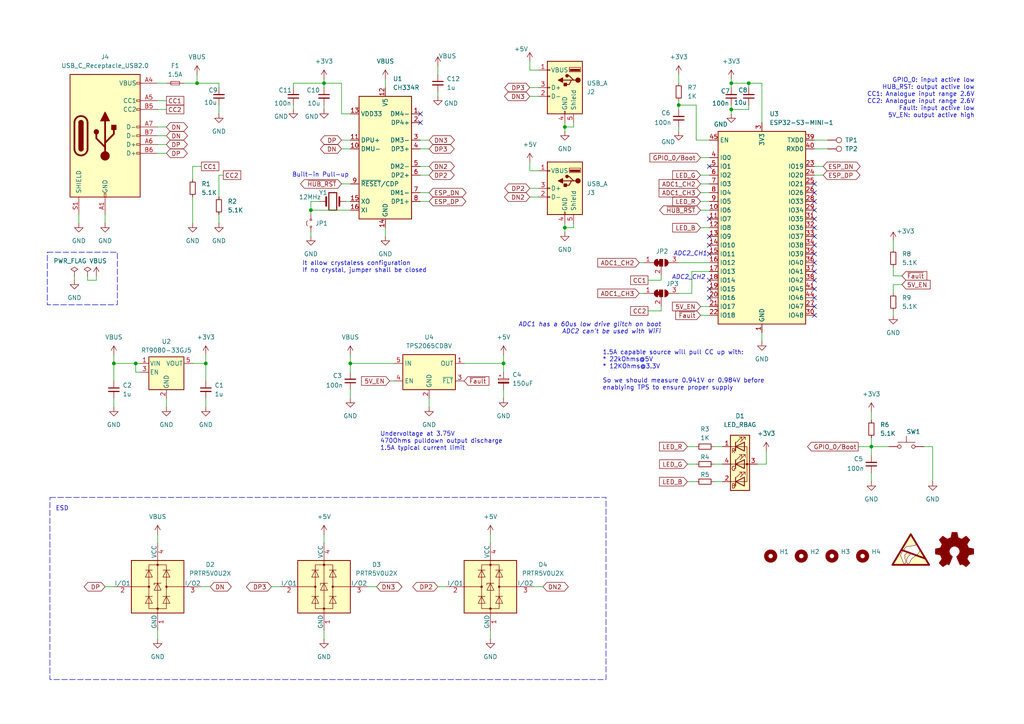
<source format=kicad_sch>
(kicad_sch (version 20231120) (generator "eeschema") (generator_version "8.0")
  (paper "A4")
  (title_block (title "Dirty USB Disconnect") (date "2024-05-23") (rev "0") (company "github.com/LDAB"))
  (junction (at 163.83 66.04))
  (junction (at 163.83 36.83))
  (junction (at 101.6 105.41))
  (junction (at 212.09 24.13))
  (junction (at 39.37 105.41))
  (junction (at 33.02 105.41))
  (junction (at 90.17 60.96))
  (junction (at 93.98 24.13))
  (junction (at 57.15 24.13))
  (junction (at 196.85 30.48))
  (junction (at 252.73 129.54))
  (junction (at 59.69 105.41))
  (junction (at 146.05 105.41))
  (junction (at 217.17 24.13))
  (junction (at 212.09 31.75))
  (no_connect (at 236.22 81.28))
  (no_connect (at 236.22 60.96))
  (no_connect (at 236.22 73.66))
  (no_connect (at 205.74 63.5))
  (no_connect (at 205.74 48.26))
  (no_connect (at 236.22 53.34))
  (no_connect (at 236.22 78.74))
  (no_connect (at 236.22 58.42))
  (no_connect (at 121.92 35.56))
  (no_connect (at 205.74 83.82))
  (no_connect (at 205.74 68.58))
  (no_connect (at 121.92 33.02))
  (no_connect (at 205.74 73.66))
  (no_connect (at 236.22 55.88))
  (no_connect (at 236.22 71.12))
  (no_connect (at 236.22 86.36))
  (no_connect (at 236.22 68.58))
  (no_connect (at 236.22 88.9))
  (no_connect (at 236.22 83.82))
  (no_connect (at 205.74 71.12))
  (no_connect (at 236.22 76.2))
  (no_connect (at 205.74 81.28))
  (no_connect (at 236.22 66.04))
  (no_connect (at 236.22 91.44))
  (no_connect (at 205.74 86.36))
  (no_connect (at 236.22 63.5))
  (wire (pts (xy 22.86 62.23) (xy 22.86 64.77)))
  (wire (pts (xy 236.22 43.18) (xy 240.03 43.18)))
  (wire (pts (xy 142.24 182.88) (xy 142.24 185.42)))
  (wire (pts (xy 205.74 40.64) (xy 201.93 40.64)))
  (wire (pts (xy 99.06 40.64) (xy 101.6 40.64)))
  (wire (pts (xy 30.48 62.23) (xy 30.48 64.77)))
  (wire (pts (xy 99.06 43.18) (xy 101.6 43.18)))
  (wire (pts (xy 101.6 102.87) (xy 101.6 105.41)))
  (wire (pts (xy 259.08 69.85) (xy 259.08 72.39)))
  (wire (pts (xy 127 170.18) (xy 129.54 170.18)))
  (wire (pts (xy 45.72 44.45) (xy 48.26 44.45)))
  (wire (pts (xy 45.72 182.88) (xy 45.72 185.42)))
  (wire (pts (xy 93.98 30.48) (xy 93.98 31.75)))
  (wire (pts (xy 153.67 54.61) (xy 156.21 54.61)))
  (wire (pts (xy 207.01 129.54) (xy 209.55 129.54)))
  (wire (pts (xy 203.2 45.72) (xy 205.74 45.72)))
  (wire (pts (xy 252.73 129.54) (xy 252.73 132.08)))
  (wire (pts (xy 153.67 25.4) (xy 156.21 25.4)))
  (wire (pts (xy 111.76 22.86) (xy 111.76 25.4)))
  (wire (pts (xy 212.09 24.13) (xy 212.09 22.86)))
  (wire (pts (xy 63.5 30.48) (xy 63.5 33.02)))
  (wire (pts (xy 21.59 80.01) (xy 21.59 81.28)))
  (wire (pts (xy 90.17 58.42) (xy 90.17 60.96)))
  (wire (pts (xy 63.5 50.8) (xy 64.77 50.8)))
  (wire (pts (xy 59.69 110.49) (xy 59.69 105.41)))
  (wire (pts (xy 252.73 137.16) (xy 252.73 139.7)))
  (wire (pts (xy 90.17 60.96) (xy 90.17 62.23)))
  (wire (pts (xy 45.72 39.37) (xy 48.26 39.37)))
  (wire (pts (xy 153.67 17.78) (xy 153.67 20.32)))
  (wire (pts (xy 93.98 22.86) (xy 93.98 24.13)))
  (wire (pts (xy 40.64 107.95) (xy 39.37 107.95)))
  (wire (pts (xy 236.22 48.26) (xy 238.76 48.26)))
  (wire (pts (xy 114.3 110.49) (xy 113.03 110.49)))
  (wire (pts (xy 201.93 40.64) (xy 201.93 30.48)))
  (wire (pts (xy 39.37 105.41) (xy 40.64 105.41)))
  (wire (pts (xy 203.2 58.42) (xy 205.74 58.42)))
  (wire (pts (xy 217.17 24.13) (xy 217.17 25.4)))
  (wire (pts (xy 93.98 182.88) (xy 93.98 185.42)))
  (wire (pts (xy 219.71 134.62) (xy 222.25 134.62)))
  (wire (pts (xy 267.97 129.54) (xy 270.51 129.54)))
  (wire (pts (xy 163.83 64.77) (xy 163.83 66.04)))
  (wire (pts (xy 55.88 52.07) (xy 55.88 48.26)))
  (wire (pts (xy 99.06 24.13) (xy 93.98 24.13)))
  (wire (pts (xy 153.67 27.94) (xy 156.21 27.94)))
  (wire (pts (xy 236.22 40.64) (xy 240.03 40.64)))
  (wire (pts (xy 203.2 55.88) (xy 205.74 55.88)))
  (wire (pts (xy 212.09 24.13) (xy 212.09 25.4)))
  (wire (pts (xy 59.69 115.57) (xy 59.69 118.11)))
  (wire (pts (xy 33.02 110.49) (xy 33.02 105.41)))
  (wire (pts (xy 166.37 35.56) (xy 166.37 36.83)))
  (wire (pts (xy 196.85 30.48) (xy 196.85 31.75)))
  (wire (pts (xy 212.09 30.48) (xy 212.09 31.75)))
  (wire (pts (xy 59.69 105.41) (xy 55.88 105.41)))
  (wire (pts (xy 163.83 66.04) (xy 163.83 67.31)))
  (wire (pts (xy 39.37 107.95) (xy 39.37 105.41)))
  (wire (pts (xy 217.17 31.75) (xy 212.09 31.75)))
  (wire (pts (xy 85.09 30.48) (xy 85.09 31.75)))
  (wire (pts (xy 63.5 57.15) (xy 63.5 50.8)))
  (wire (pts (xy 55.88 57.15) (xy 55.88 64.77)))
  (wire (pts (xy 187.96 90.17) (xy 191.77 90.17)))
  (wire (pts (xy 33.02 115.57) (xy 33.02 118.11)))
  (wire (pts (xy 200.66 78.74) (xy 200.66 85.09)))
  (wire (pts (xy 63.5 25.4) (xy 63.5 24.13)))
  (wire (pts (xy 92.71 58.42) (xy 90.17 58.42)))
  (wire (pts (xy 248.92 129.54) (xy 252.73 129.54)))
  (wire (pts (xy 205.74 78.74) (xy 200.66 78.74)))
  (wire (pts (xy 222.25 130.81) (xy 222.25 134.62)))
  (wire (pts (xy 93.98 154.94) (xy 93.98 157.48)))
  (wire (pts (xy 55.88 48.26) (xy 58.42 48.26)))
  (wire (pts (xy 111.76 66.04) (xy 111.76 68.58)))
  (wire (pts (xy 163.83 36.83) (xy 166.37 36.83)))
  (wire (pts (xy 203.2 91.44) (xy 205.74 91.44)))
  (wire (pts (xy 45.72 29.21) (xy 48.26 29.21)))
  (wire (pts (xy 78.74 170.18) (xy 81.28 170.18)))
  (wire (pts (xy 153.67 46.99) (xy 153.67 49.53)))
  (wire (pts (xy 259.08 82.55) (xy 259.08 85.09)))
  (wire (pts (xy 166.37 64.77) (xy 166.37 66.04)))
  (wire (pts (xy 127 26.67) (xy 127 27.94)))
  (wire (pts (xy 196.85 21.59) (xy 196.85 24.13)))
  (wire (pts (xy 196.85 76.2) (xy 205.74 76.2)))
  (wire (pts (xy 259.08 90.17) (xy 259.08 91.44)))
  (wire (pts (xy 100.33 58.42) (xy 101.6 58.42)))
  (wire (pts (xy 187.96 81.28) (xy 191.77 81.28)))
  (wire (pts (xy 45.72 36.83) (xy 48.26 36.83)))
  (wire (pts (xy 33.02 102.87) (xy 33.02 105.41)))
  (wire (pts (xy 252.73 129.54) (xy 252.73 127)))
  (wire (pts (xy 146.05 113.03) (xy 146.05 115.57)))
  (wire (pts (xy 199.39 129.54) (xy 201.93 129.54)))
  (wire (pts (xy 101.6 105.41) (xy 101.6 107.95)))
  (wire (pts (xy 212.09 31.75) (xy 212.09 33.02)))
  (wire (pts (xy 203.2 50.8) (xy 205.74 50.8)))
  (wire (pts (xy 199.39 134.62) (xy 201.93 134.62)))
  (wire (pts (xy 200.66 85.09) (xy 196.85 85.09)))
  (wire (pts (xy 101.6 113.03) (xy 101.6 115.57)))
  (wire (pts (xy 57.15 24.13) (xy 57.15 21.59)))
  (wire (pts (xy 252.73 119.38) (xy 252.73 121.92)))
  (wire (pts (xy 270.51 129.54) (xy 270.51 139.7)))
  (wire (pts (xy 27.94 81.28) (xy 27.94 80.01)))
  (wire (pts (xy 134.62 105.41) (xy 146.05 105.41)))
  (wire (pts (xy 101.6 33.02) (xy 99.06 33.02)))
  (wire (pts (xy 201.93 30.48) (xy 196.85 30.48)))
  (wire (pts (xy 259.08 80.01) (xy 261.62 80.01)))
  (wire (pts (xy 203.2 53.34) (xy 205.74 53.34)))
  (wire (pts (xy 203.2 66.04) (xy 205.74 66.04)))
  (wire (pts (xy 45.72 31.75) (xy 48.26 31.75)))
  (wire (pts (xy 124.46 115.57) (xy 124.46 118.11)))
  (wire (pts (xy 185.42 85.09) (xy 186.69 85.09)))
  (wire (pts (xy 259.08 82.55) (xy 261.62 82.55)))
  (wire (pts (xy 196.85 29.21) (xy 196.85 30.48)))
  (wire (pts (xy 199.39 139.7) (xy 201.93 139.7)))
  (wire (pts (xy 53.34 24.13) (xy 57.15 24.13)))
  (wire (pts (xy 163.83 35.56) (xy 163.83 36.83)))
  (wire (pts (xy 220.98 24.13) (xy 217.17 24.13)))
  (wire (pts (xy 93.98 24.13) (xy 93.98 25.4)))
  (wire (pts (xy 121.92 48.26) (xy 124.46 48.26)))
  (wire (pts (xy 45.72 24.13) (xy 48.26 24.13)))
  (wire (pts (xy 30.48 170.18) (xy 33.02 170.18)))
  (wire (pts (xy 101.6 60.96) (xy 90.17 60.96)))
  (wire (pts (xy 33.02 105.41) (xy 39.37 105.41)))
  (wire (pts (xy 127 19.05) (xy 127 21.59)))
  (wire (pts (xy 153.67 57.15) (xy 156.21 57.15)))
  (wire (pts (xy 146.05 102.87) (xy 146.05 105.41)))
  (wire (pts (xy 90.17 67.31) (xy 90.17 68.58)))
  (wire (pts (xy 203.2 88.9) (xy 205.74 88.9)))
  (wire (pts (xy 191.77 81.28) (xy 191.77 80.01)))
  (wire (pts (xy 217.17 24.13) (xy 212.09 24.13)))
  (wire (pts (xy 101.6 105.41) (xy 114.3 105.41)))
  (wire (pts (xy 25.4 81.28) (xy 27.94 81.28)))
  (wire (pts (xy 121.92 58.42) (xy 124.46 58.42)))
  (wire (pts (xy 154.94 170.18) (xy 157.48 170.18)))
  (wire (pts (xy 85.09 24.13) (xy 93.98 24.13)))
  (wire (pts (xy 146.05 105.41) (xy 146.05 107.95)))
  (wire (pts (xy 45.72 41.91) (xy 48.26 41.91)))
  (wire (pts (xy 121.92 40.64) (xy 124.46 40.64)))
  (wire (pts (xy 48.26 115.57) (xy 48.26 118.11)))
  (wire (pts (xy 142.24 154.94) (xy 142.24 157.48)))
  (wire (pts (xy 153.67 20.32) (xy 156.21 20.32)))
  (wire (pts (xy 203.2 60.96) (xy 205.74 60.96)))
  (wire (pts (xy 207.01 139.7) (xy 209.55 139.7)))
  (wire (pts (xy 57.15 24.13) (xy 63.5 24.13)))
  (wire (pts (xy 99.06 33.02) (xy 99.06 24.13)))
  (wire (pts (xy 121.92 50.8) (xy 124.46 50.8)))
  (wire (pts (xy 63.5 62.23) (xy 63.5 64.77)))
  (wire (pts (xy 163.83 66.04) (xy 166.37 66.04)))
  (wire (pts (xy 121.92 43.18) (xy 124.46 43.18)))
  (wire (pts (xy 106.68 170.18) (xy 109.22 170.18)))
  (wire (pts (xy 58.42 170.18) (xy 60.96 170.18)))
  (wire (pts (xy 257.81 129.54) (xy 252.73 129.54)))
  (wire (pts (xy 153.67 49.53) (xy 156.21 49.53)))
  (wire (pts (xy 85.09 25.4) (xy 85.09 24.13)))
  (wire (pts (xy 196.85 36.83) (xy 196.85 38.1)))
  (wire (pts (xy 207.01 134.62) (xy 209.55 134.62)))
  (wire (pts (xy 191.77 90.17) (xy 191.77 88.9)))
  (wire (pts (xy 185.42 76.2) (xy 186.69 76.2)))
  (wire (pts (xy 25.4 80.01) (xy 25.4 81.28)))
  (wire (pts (xy 45.72 154.94) (xy 45.72 157.48)))
  (wire (pts (xy 220.98 35.56) (xy 220.98 24.13)))
  (wire (pts (xy 59.69 102.87) (xy 59.69 105.41)))
  (wire (pts (xy 259.08 77.47) (xy 259.08 80.01)))
  (wire (pts (xy 236.22 50.8) (xy 238.76 50.8)))
  (wire (pts (xy 99.06 53.34) (xy 101.6 53.34)))
  (wire (pts (xy 163.83 36.83) (xy 163.83 38.1)))
  (wire (pts (xy 220.98 96.52) (xy 220.98 99.06)))
  (wire (pts (xy 121.92 55.88) (xy 124.46 55.88)))
  (wire (pts (xy 217.17 30.48) (xy 217.17 31.75)))
  (rectangle (start 14.478 144.272) (end 175.768 197.104) (stroke (width 0) (type dash)))
  (rectangle (start 13.716 73.152) (end 34.036 88.392) (stroke (width 0) (type dash)))
  (text "GPIO_0: input active low\nHUB_RST: output active low\nCC1: Analogue input range 2.6V\nCC2: Analogue input range 2.6V\nFault: input active low\n5V_EN: output active high" (at 282.702 28.448 0) (effects (font (size 1.27 1.27)) (justify right)))
  (text "ADC2_CH1" (at 195.326 73.66 0) (effects (font (size 1.27 1.27) (italic yes)) (justify left)))
  (text "It allow crystaless configuration\nIf no crystal, jumper shall be closed" (at 87.63 77.47 0) (effects (font (size 1.27 1.27)) (justify left)))
  (text "ADC2_CH2" (at 194.818 80.518 0) (effects (font (size 1.27 1.27) (italic yes)) (justify left)))
  (text "1.5A capable source will pull CC up with:\n* 22kOhms@5V\n* 12KOhms@3.3V\n\nSo we should measure 0.941V or 0.984V before\nenablying TPS to ensure proper supply" (at 174.752 107.442 0) (effects (font (size 1.27 1.27)) (justify left)))
  (text "Built-in Pull-up" (at 92.964 50.8 0) (effects (font (size 1.27 1.27))))
  (text "ESD" (at 18.034 147.574 0) (effects (font (size 1.27 1.27))))
  (text "Undervoltage at 3.75V\n470Ohms pulldown output discharge\n1.5A typical current limit" (at 110.236 128.016 0) (effects (font (size 1.27 1.27)) (justify left)))
  (text "ADC1 has a 60us low drive glitch on boot\nADC2 can't be used with WiFi" (at 191.77 95.25 0) (effects (font (size 1.27 1.27) (italic yes)) (justify right)))
  (global_label "ESP_DP" (shape bidirectional) (at 124.46 58.42 0) (property "Intersheetrefs" "${INTERSHEET_REFS}" (effects (hide yes))))
  (global_label "DP2" (shape bidirectional) (at 124.46 50.8 0) (property "Intersheetrefs" "${INTERSHEET_REFS}" (effects (hide yes))))
  (global_label "DN3" (shape bidirectional) (at 153.67 27.94 180) (property "Intersheetrefs" "${INTERSHEET_REFS}" (effects (hide yes))))
  (global_label "ADC1_CH3" (shape input) (at 185.42 85.09 180) (property "Intersheetrefs" "${INTERSHEET_REFS}" (effects (hide yes))))
  (global_label "DN" (shape bidirectional) (at 48.26 36.83 0) (property "Intersheetrefs" "${INTERSHEET_REFS}" (effects (hide yes))))
  (global_label "~{HUB_RST}" (shape bidirectional) (at 99.06 53.34 180) (property "Intersheetrefs" "${INTERSHEET_REFS}" (effects (hide yes))))
  (global_label "~{Fault}" (shape input) (at 261.62 80.01 0) (property "Intersheetrefs" "${INTERSHEET_REFS}" (effects (hide yes))))
  (global_label "DP2" (shape bidirectional) (at 153.67 54.61 180) (property "Intersheetrefs" "${INTERSHEET_REFS}" (effects (hide yes))))
  (global_label "~{HUB_RST}" (shape bidirectional) (at 203.2 60.96 180) (property "Intersheetrefs" "${INTERSHEET_REFS}" (effects (hide yes))))
  (global_label "DP2" (shape bidirectional) (at 127 170.18 180) (property "Intersheetrefs" "${INTERSHEET_REFS}" (effects (hide yes))))
  (global_label "CC2" (shape passive) (at 64.77 50.8 0) (property "Intersheetrefs" "${INTERSHEET_REFS}" (effects (hide yes))))
  (global_label "DP3" (shape bidirectional) (at 124.46 43.18 0) (property "Intersheetrefs" "${INTERSHEET_REFS}" (effects (hide yes))))
  (global_label "DP" (shape bidirectional) (at 99.06 40.64 180) (property "Intersheetrefs" "${INTERSHEET_REFS}" (effects (hide yes))))
  (global_label "DP" (shape bidirectional) (at 48.26 44.45 0) (property "Intersheetrefs" "${INTERSHEET_REFS}" (effects (hide yes))))
  (global_label "ESP_DN" (shape bidirectional) (at 238.76 48.26 0) (property "Intersheetrefs" "${INTERSHEET_REFS}" (effects (hide yes))))
  (global_label "5V_EN" (shape input) (at 113.03 110.49 180) (property "Intersheetrefs" "${INTERSHEET_REFS}" (effects (hide yes))))
  (global_label "LED_B" (shape input) (at 199.39 139.7 180) (property "Intersheetrefs" "${INTERSHEET_REFS}" (effects (hide yes))))
  (global_label "ADC1_CH2" (shape input) (at 203.2 53.34 180) (property "Intersheetrefs" "${INTERSHEET_REFS}" (effects (hide yes))))
  (global_label "DP3" (shape bidirectional) (at 153.67 25.4 180) (property "Intersheetrefs" "${INTERSHEET_REFS}" (effects (hide yes))))
  (global_label "LED_G" (shape input) (at 199.39 134.62 180) (property "Intersheetrefs" "${INTERSHEET_REFS}" (effects (hide yes))))
  (global_label "5V_EN" (shape input) (at 261.62 82.55 0) (property "Intersheetrefs" "${INTERSHEET_REFS}" (effects (hide yes))))
  (global_label "ESP_DN" (shape bidirectional) (at 124.46 55.88 0) (property "Intersheetrefs" "${INTERSHEET_REFS}" (effects (hide yes))))
  (global_label "LED_G" (shape input) (at 203.2 50.8 180) (property "Intersheetrefs" "${INTERSHEET_REFS}" (effects (hide yes))))
  (global_label "~{Fault}" (shape input) (at 134.62 110.49 0) (property "Intersheetrefs" "${INTERSHEET_REFS}" (effects (hide yes))))
  (global_label "CC1" (shape passive) (at 58.42 48.26 0) (property "Intersheetrefs" "${INTERSHEET_REFS}" (effects (hide yes))))
  (global_label "DN2" (shape bidirectional) (at 157.48 170.18 0) (property "Intersheetrefs" "${INTERSHEET_REFS}" (effects (hide yes))))
  (global_label "ESP_DP" (shape bidirectional) (at 238.76 50.8 0) (property "Intersheetrefs" "${INTERSHEET_REFS}" (effects (hide yes))))
  (global_label "GPIO_0{slash}Boot" (shape output) (at 248.92 129.54 180) (property "Intersheetrefs" "${INTERSHEET_REFS}" (effects (hide yes))))
  (global_label "~{Fault}" (shape input) (at 203.2 91.44 180) (property "Intersheetrefs" "${INTERSHEET_REFS}" (effects (hide yes))))
  (global_label "LED_R" (shape input) (at 199.39 129.54 180) (property "Intersheetrefs" "${INTERSHEET_REFS}" (effects (hide yes))))
  (global_label "CC2" (shape passive) (at 48.26 31.75 0) (property "Intersheetrefs" "${INTERSHEET_REFS}" (effects (hide yes))))
  (global_label "ADC1_CH2" (shape input) (at 185.42 76.2 180) (property "Intersheetrefs" "${INTERSHEET_REFS}" (effects (hide yes))))
  (global_label "CC2" (shape passive) (at 187.96 90.17 180) (property "Intersheetrefs" "${INTERSHEET_REFS}" (effects (hide yes))))
  (global_label "DN" (shape bidirectional) (at 60.96 170.18 0) (property "Intersheetrefs" "${INTERSHEET_REFS}" (effects (hide yes))))
  (global_label "DN2" (shape bidirectional) (at 153.67 57.15 180) (property "Intersheetrefs" "${INTERSHEET_REFS}" (effects (hide yes))))
  (global_label "LED_R" (shape input) (at 203.2 58.42 180) (property "Intersheetrefs" "${INTERSHEET_REFS}" (effects (hide yes))))
  (global_label "DN" (shape bidirectional) (at 48.26 39.37 0) (property "Intersheetrefs" "${INTERSHEET_REFS}" (effects (hide yes))))
  (global_label "DP" (shape bidirectional) (at 48.26 41.91 0) (property "Intersheetrefs" "${INTERSHEET_REFS}" (effects (hide yes))))
  (global_label "5V_EN" (shape input) (at 203.2 88.9 180) (property "Intersheetrefs" "${INTERSHEET_REFS}" (effects (hide yes))))
  (global_label "CC1" (shape passive) (at 187.96 81.28 180) (property "Intersheetrefs" "${INTERSHEET_REFS}" (effects (hide yes))))
  (global_label "DN3" (shape bidirectional) (at 124.46 40.64 0) (property "Intersheetrefs" "${INTERSHEET_REFS}" (effects (hide yes))))
  (global_label "DN3" (shape bidirectional) (at 109.22 170.18 0) (property "Intersheetrefs" "${INTERSHEET_REFS}" (effects (hide yes))))
  (global_label "CC1" (shape passive) (at 48.26 29.21 0) (property "Intersheetrefs" "${INTERSHEET_REFS}" (effects (hide yes))))
  (global_label "ADC1_CH3" (shape input) (at 203.2 55.88 180) (property "Intersheetrefs" "${INTERSHEET_REFS}" (effects (hide yes))))
  (global_label "DP" (shape bidirectional) (at 30.48 170.18 180) (property "Intersheetrefs" "${INTERSHEET_REFS}" (effects (hide yes))))
  (global_label "LED_B" (shape input) (at 203.2 66.04 180) (property "Intersheetrefs" "${INTERSHEET_REFS}" (effects (hide yes))))
  (global_label "GPIO_0{slash}Boot" (shape input) (at 203.2 45.72 180) (property "Intersheetrefs" "${INTERSHEET_REFS}" (effects (hide yes))))
  (global_label "DP3" (shape bidirectional) (at 78.74 170.18 180) (property "Intersheetrefs" "${INTERSHEET_REFS}" (effects (hide yes))))
  (global_label "DN2" (shape bidirectional) (at 124.46 48.26 0) (property "Intersheetrefs" "${INTERSHEET_REFS}" (effects (hide yes))))
  (global_label "DN" (shape bidirectional) (at 99.06 43.18 180) (property "Intersheetrefs" "${INTERSHEET_REFS}" (effects (hide yes))))
  (symbol (lib_id "Power_Protection:PRTR5V0U2X") (at 45.72 170.18 0) (unit 1)
    (property "Reference" "D2" (at 60.96 163.7598 0))
    (property "Value" "PRTR5V0U2X" (at 60.96 166.2998 0))
    (property "Footprint" "Package_TO_SOT_SMD:SOT-143" (effects (hide yes)))
    (property "Datasheet" "https://assets.nexperia.com/documents/data-sheet/PRTR5V0U2X.pdf" (effects (hide yes)))
    (property "Description" "Ultra low capacitance double rail-to-rail ESD protection diode, SOT-143" (effects (hide yes)))
    (property "LCSC" "C12333" (effects (hide yes)))
  )
  (symbol (lib_id "power:GND") (at 252.73 139.7 0) (unit 1)
    (property "Reference" "#PWR018" (effects (hide yes)))
    (property "Value" "GND" (at 252.73 144.78 0))
    (property "Description" "Power symbol creates a global label with name \"GND\" , ground" (effects (hide yes)))
  )
  (symbol (lib_id "Device:C_Small") (at 85.09 27.94 180) (unit 1)
    (property "Reference" "C11" (at 80.772 26.162 0) (effects (justify right)))
    (property "Value" "100n" (at 79.502 29.972 0) (effects (justify right)))
    (property "Footprint" "Capacitor_SMD:C_0603_1608Metric" (effects (hide yes)))
    (property "LCSC" "C338036" (effects (hide yes)))
  )
  (symbol (lib_id "Device:C_Small") (at 63.5 27.94 180) (unit 1)
    (property "Reference" "C9" (at 60.452 26.162 0) (effects (justify right)))
    (property "Value" "10u" (at 59.182 29.718 0) (effects (justify right)))
    (property "Footprint" "Capacitor_SMD:C_0603_1608Metric" (effects (hide yes)))
    (property "LCSC" "C87152" (effects (hide yes)))
  )
  (symbol (lib_id "power:GND") (at 93.98 31.75 0) (unit 1)
    (property "Reference" "#PWR031" (effects (hide yes)))
    (property "Value" "GND" (at 90.424 33.782 0))
    (property "Description" "Power symbol creates a global label with name \"GND\" , ground" (effects (hide yes)))
  )
  (symbol (lib_id "power:GND") (at 63.5 33.02 0) (unit 1)
    (property "Reference" "#PWR029" (effects (hide yes)))
    (property "Value" "GND" (at 63.5 38.1 0))
    (property "Description" "Power symbol creates a global label with name \"GND\" , ground" (effects (hide yes)))
  )
  (symbol (lib_id "power:GND") (at 45.72 185.42 0) (unit 1)
    (property "Reference" "#PWR036" (effects (hide yes)))
    (property "Value" "GND" (at 45.72 190.5 0))
    (property "Description" "Power symbol creates a global label with name \"GND\" , ground" (effects (hide yes)))
  )
  (symbol (lib_id "Device:R_Small") (at 196.85 26.67 0) (unit 1)
    (property "Reference" "R7" (at 199.39 25.3999 0) (effects (justify left)))
    (property "Value" "1K" (at 199.39 27.9399 0) (effects (justify left)))
    (property "Footprint" "Resistor_SMD:R_0603_1608Metric" (effects (hide yes)))
    (property "Description" "Resistor, small symbol" (effects (hide yes)))
    (property "LCSC" "C384295" (effects (hide yes)))
  )
  (symbol (lib_id "Jumper:Jumper_2_Small_Open") (at 90.17 64.77 90) (unit 1) (exclude_from_sim yes)
    (property "Reference" "JP1" (at 91.44 64.7699 90) (effects (justify right)))
    (property "Value" "2" (effects (hide yes)))
    (property "Footprint" "Jumper:SolderJumper-2_P1.3mm_Open_RoundedPad1.0x1.5mm" (effects (hide yes)))
    (property "Description" "Jumper, 2-pole, small symbol, open" (effects (hide yes)))
  )
  (symbol (lib_id "power:GND") (at 142.24 185.42 0) (unit 1)
    (property "Reference" "#PWR034" (effects (hide yes)))
    (property "Value" "GND" (at 142.24 190.5 0))
    (property "Description" "Power symbol creates a global label with name \"GND\" , ground" (effects (hide yes)))
  )
  (symbol (lib_id "power:VBUS") (at 33.02 102.87 0) (unit 1)
    (property "Reference" "#PWR014" (effects (hide yes)))
    (property "Value" "VBUS" (at 33.02 97.79 0))
    (property "Description" "Power symbol creates a global label with name \"VBUS\"" (effects (hide yes)))
  )
  (symbol (lib_id "power:PWR_FLAG") (at 21.59 80.01 0) (unit 1)
    (property "Reference" "#FLG02" (effects (hide yes)))
    (property "Value" "PWR_FLAG" (effects (hide yes)))
    (property "Description" "Special symbol for telling ERC where power comes from" (effects (hide yes)))
  )
  (symbol (lib_id "power:+3V3") (at 252.73 119.38 0) (unit 1)
    (property "Reference" "#PWR020" (effects (hide yes)))
    (property "Value" "+3V3" (at 252.73 114.3 0))
    (property "Description" "Power symbol creates a global label with name \"+3V3\"" (effects (hide yes)))
  )
  (symbol (lib_id "Mechanical:MountingHole") (at 241.3 161.29 0) (unit 1) (exclude_from_sim yes) (in_bom no)
    (property "Reference" "H3" (at 243.84 160.0199 0) (effects (justify left)))
    (property "Value" "MountingHole" (effects (hide yes)))
    (property "Footprint" "MountingHole:MountingHole_2.1mm" (effects (hide yes)))
    (property "Description" "Mounting Hole without connection" (effects (hide yes)))
  )
  (symbol (lib_id "power:VBUS") (at 111.76 22.86 0) (unit 1)
    (property "Reference" "#PWR028" (effects (hide yes)))
    (property "Value" "VBUS" (at 111.76 17.78 0))
    (property "Description" "Power symbol creates a global label with name \"VBUS\"" (effects (hide yes)))
  )
  (symbol (lib_id "Device:R_Small") (at 55.88 54.61 0) (unit 1)
    (property "Reference" "R1" (at 58.42 53.3399 0) (effects (justify left)))
    (property "Value" "5.1K" (at 58.42 55.8799 0) (effects (justify left)))
    (property "Footprint" "Resistor_SMD:R_0603_1608Metric" (effects (hide yes)))
    (property "Description" "Resistor, small symbol" (effects (hide yes)))
    (property "LCSC" "C14677" (effects (hide yes)))
  )
  (symbol (lib_id "Device:C_Small") (at 212.09 27.94 180) (unit 1)
    (property "Reference" "C7" (at 209.042 26.416 0) (effects (justify right)))
    (property "Value" "100n" (at 206.502 29.972 0) (effects (justify right)))
    (property "Footprint" "Capacitor_SMD:C_0603_1608Metric" (effects (hide yes)))
    (property "LCSC" "C338036" (effects (hide yes)))
  )
  (symbol (lib_id "Device:C_Small") (at 252.73 134.62 180) (unit 1)
    (property "Reference" "C5" (at 247.65 133.096 0) (effects (justify right)))
    (property "Value" "100n" (at 245.618 135.89 0) (effects (justify right)))
    (property "Footprint" "Capacitor_SMD:C_0603_1608Metric" (effects (hide yes)))
    (property "LCSC" "C338036" (effects (hide yes)))
  )
  (symbol (lib_id "power:VBUS") (at 101.6 102.87 0) (unit 1)
    (property "Reference" "#PWR013" (effects (hide yes)))
    (property "Value" "VBUS" (at 101.6 97.79 0))
    (property "Description" "Power symbol creates a global label with name \"VBUS\"" (effects (hide yes)))
  )
  (symbol (lib_id "power:GND") (at 63.5 64.77 0) (unit 1)
    (property "Reference" "#PWR017" (effects (hide yes)))
    (property "Value" "GND" (at 63.5 69.85 0))
    (property "Description" "Power symbol creates a global label with name \"GND\" , ground" (effects (hide yes)))
  )
  (symbol (lib_id "Regulator_Linear:AP2112K-3.3") (at 48.26 107.95 0) (unit 1)
    (property "Reference" "U2" (at 48.26 99.06 0))
    (property "Value" "RT9080-33GJ5" (at 48.26 101.6 0))
    (property "Footprint" "Package_TO_SOT_SMD:SOT-23-5" (effects (hide yes)))
    (property "Datasheet" "https://www.lcsc.com/datasheet/lcsc_datasheet_2009192305_Richtek-Tech-RT9080-33GJ5_C841192.pdf" (effects (hide yes)))
    (property "LCSC" "C841192" (effects (hide yes)))
  )
  (symbol (lib_id "Device:R_Small") (at 252.73 124.46 180) (unit 1)
    (property "Reference" "R6" (at 255.27 123.1899 0) (effects (justify right)))
    (property "Value" "5.1K" (at 255.27 125.7299 0) (effects (justify right)))
    (property "Footprint" "Resistor_SMD:R_0603_1608Metric" (effects (hide yes)))
    (property "Description" "Resistor, small symbol" (effects (hide yes)))
    (property "LCSC" "C14677" (effects (hide yes)))
  )
  (symbol (lib_id "power:+3V3") (at 59.69 102.87 0) (unit 1)
    (property "Reference" "#PWR012" (effects (hide yes)))
    (property "Value" "+3V3" (at 59.69 97.79 0))
    (property "Description" "Power symbol creates a global label with name \"+3V3\"" (effects (hide yes)))
  )
  (symbol (lib_id "power:+3V3") (at 196.85 21.59 0) (unit 1)
    (property "Reference" "#PWR023" (effects (hide yes)))
    (property "Value" "+3V3" (at 196.85 16.51 0))
    (property "Description" "Power symbol creates a global label with name \"+3V3\"" (effects (hide yes)))
  )
  (symbol (lib_id "power:GND") (at 127 27.94 0) (unit 1)
    (property "Reference" "#PWR043" (effects (hide yes)))
    (property "Value" "GND" (at 130.81 29.972 0))
    (property "Description" "Power symbol creates a global label with name \"GND\" , ground" (effects (hide yes)))
  )
  (symbol (lib_id "power:+5V") (at 146.05 102.87 0) (unit 1)
    (property "Reference" "#PWR07" (effects (hide yes)))
    (property "Value" "+5V" (at 146.05 97.79 0))
    (property "Description" "Power symbol creates a global label with name \"+5V\"" (effects (hide yes)))
  )
  (symbol (lib_id "Interface_USB:CH334R") (at 111.76 45.72 0) (unit 1)
    (property "Reference" "U1" (at 113.9541 22.86 0) (effects (justify left)))
    (property "Value" "CH334R" (at 113.9541 25.4 0) (effects (justify left)))
    (property "Footprint" "Package_SO:QSOP-16_3.9x4.9mm_P0.635mm" (effects (hide yes)))
    (property "Datasheet" "https://www.wch-ic.com/downloads/file/327.html" (effects (hide yes)))
    (property "LCSC" "C4154405" (effects (hide yes)))
  )
  (symbol (lib_id "power:VBUS") (at 27.94 80.01 0) (unit 1)
    (property "Reference" "#PWR047" (effects (hide yes)))
    (property "Value" "VBUS" (at 28.448 75.692 0))
    (property "Description" "Power symbol creates a global label with name \"VBUS\"" (effects (hide yes)))
  )
  (symbol (lib_id "Device:C_Small") (at 196.85 34.29 180) (unit 1)
    (property "Reference" "C6" (at 191.77 32.766 0) (effects (justify right)))
    (property "Value" "100n" (at 189.738 35.56 0) (effects (justify right)))
    (property "Footprint" "Capacitor_SMD:C_0603_1608Metric" (effects (hide yes)))
    (property "LCSC" "C338036" (effects (hide yes)))
  )
  (symbol (lib_id "power:GND") (at 163.83 38.1 0) (unit 1)
    (property "Reference" "#PWR033" (effects (hide yes)))
    (property "Value" "GND" (at 163.83 43.18 0))
    (property "Description" "Power symbol creates a global label with name \"GND\" , ground" (effects (hide yes)))
  )
  (symbol (lib_id "power:VBUS") (at 57.15 21.59 0) (unit 1)
    (property "Reference" "#PWR015" (effects (hide yes)))
    (property "Value" "VBUS" (at 57.15 16.51 0))
    (property "Description" "Power symbol creates a global label with name \"VBUS\"" (effects (hide yes)))
  )
  (symbol (lib_id "power:GND") (at 212.09 33.02 0) (unit 1)
    (property "Reference" "#PWR025" (effects (hide yes)))
    (property "Value" "GND" (at 209.042 36.068 0))
    (property "Description" "Power symbol creates a global label with name \"GND\" , ground" (effects (hide yes)))
  )
  (symbol (lib_id "power:GND") (at 22.86 64.77 0) (unit 1)
    (property "Reference" "#PWR05" (effects (hide yes)))
    (property "Value" "GND" (at 22.86 69.85 0))
    (property "Description" "Power symbol creates a global label with name \"GND\" , ground" (effects (hide yes)))
  )
  (symbol (lib_id "Power_Management:TPS2065CDBV") (at 124.46 107.95 0) (unit 1)
    (property "Reference" "U4" (at 124.46 97.79 0))
    (property "Value" "TPS2065CDBV" (at 124.46 100.33 0))
    (property "Footprint" "Package_TO_SOT_SMD:SOT-23-5" (effects (hide yes)))
    (property "Datasheet" "https://www.ti.com/lit/ds/symlink/tps2051c.pdf" (effects (hide yes)))
    (property "Description" "1A Current limited power switch, single channel, output discharge, reverse blocking, SOT-23-5" (effects (hide yes)))
    (property "LCSC" "C353882" (effects (hide yes)))
  )
  (symbol (lib_id "Mechanical:MountingHole") (at 223.52 161.29 0) (unit 1) (exclude_from_sim yes) (in_bom no)
    (property "Reference" "H1" (at 226.06 160.0199 0) (effects (justify left)))
    (property "Value" "MountingHole" (effects (hide yes)))
    (property "Footprint" "MountingHole:MountingHole_2.1mm" (effects (hide yes)))
    (property "Description" "Mounting Hole without connection" (effects (hide yes)))
  )
  (symbol (lib_id "power:GND") (at 59.69 118.11 0) (unit 1)
    (property "Reference" "#PWR010" (effects (hide yes)))
    (property "Value" "GND" (at 59.69 123.19 0))
    (property "Description" "Power symbol creates a global label with name \"GND\" , ground" (effects (hide yes)))
  )
  (symbol (lib_id "Device:Crystal") (at 96.52 58.42 0) (unit 1)
    (property "Reference" "Y1" (at 93.726 55.88 0))
    (property "Value" "12MHz" (at 89.916 57.15 0))
    (property "Footprint" "Oscillator:Oscillator_SMD_ECS_2520MV-xxx-xx-4Pin_2.5x2.0mm" (effects (hide yes)))
    (property "Description" "Two pin crystal" (effects (hide yes)))
    (property "LCSC" "C21714041" (effects (hide yes)))
  )
  (symbol (lib_id "Device:R_Small") (at 204.47 129.54 90) (unit 1)
    (property "Reference" "R3" (at 204.47 124.46 90))
    (property "Value" "1K" (at 204.47 127 90))
    (property "Footprint" "Resistor_SMD:R_0603_1608Metric" (effects (hide yes)))
    (property "Description" "Resistor, small symbol" (effects (hide yes)))
    (property "LCSC" "C384295" (effects (hide yes)))
  )
  (symbol (lib_id "Connector:USB_C_Receptacle_USB2.0_14P") (at 30.48 39.37 0) (unit 1)
    (property "Reference" "J4" (at 30.48 16.51 0))
    (property "Value" "USB_C_Receptacle_USB2.0" (at 30.48 19.05 0))
    (property "Footprint" "Connector_USB:USB_C_Receptacle_HRO_TYPE-C-31-M-12" (effects (hide yes)))
    (property "Datasheet" "https://datasheet.lcsc.com/lcsc/2110151630_XKB-Connection-U262-161N-4BVC11_C319148.pdf" (effects (hide yes)))
    (property "LCSC" "C319148" (effects (hide yes)))
  )
  (symbol (lib_id "Connector:USB_A") (at 163.83 25.4 0) (mirror y) (unit 1)
    (property "Reference" "J2" (at 170.18 26.67 0) (effects (justify right)))
    (property "Value" "USB_A" (at 170.18 24.13 0) (effects (justify right)))
    (property "Footprint" "Connector_USB:USB_A_TE_292303-7_Horizontal" (effects (hide yes)))
    (property "Datasheet" " ~" (effects (hide yes)))
    (property "LCSC" "C42641" (effects (hide yes)))
  )
  (symbol (lib_id "power:+3V3") (at 212.09 22.86 0) (unit 1)
    (property "Reference" "#PWR024" (effects (hide yes)))
    (property "Value" "+3V3" (at 212.09 17.78 0))
    (property "Description" "Power symbol creates a global label with name \"+3V3\"" (effects (hide yes)))
  )
  (symbol (lib_id "power:GND") (at 55.88 64.77 0) (unit 1)
    (property "Reference" "#PWR016" (effects (hide yes)))
    (property "Value" "GND" (at 55.88 69.85 0))
    (property "Description" "Power symbol creates a global label with name \"GND\" , ground" (effects (hide yes)))
  )
  (symbol (lib_id "power:+3V3") (at 259.08 69.85 0) (unit 1)
    (property "Reference" "#PWR027" (effects (hide yes)))
    (property "Value" "+3V3" (at 262.636 67.056 0))
    (property "Description" "Power symbol creates a global label with name \"+3V3\"" (effects (hide yes)))
  )
  (symbol (lib_id "Graphic:Logo_Open_Hardware_Small") (at 276.86 160.02 0) (unit 1) (exclude_from_sim yes) (in_bom no) (on_board no)
    (property "Reference" "#SYM1" (effects (hide yes)))
    (property "Value" "Logo_Open_Hardware_Small" (effects (hide yes)))
    (property "Footprint" "Symbol:OSHW-Logo2_9.8x8mm_SilkScreen" (effects (hide yes)))
    (property "Description" "Open Hardware logo, small" (effects (hide yes)))
  )
  (symbol (lib_id "power:PWR_FLAG") (at 25.4 80.01 0) (unit 1)
    (property "Reference" "#FLG03" (effects (hide yes)))
    (property "Value" "PWR_FLAG" (at 20.32 75.692 0))
    (property "Description" "Special symbol for telling ERC where power comes from" (effects (hide yes)))
  )
  (symbol (lib_id "RF_Module:ESP32-S3-MINI-1") (at 220.98 66.04 0) (unit 1)
    (property "Reference" "U3" (at 223.1741 33.02 0) (effects (justify left)))
    (property "Value" "ESP32-S3-MINI-1" (at 223.1741 35.56 0) (effects (justify left)))
    (property "Footprint" "RF_Module:ESP32-S2-MINI-1" (effects (hide yes)))
    (property "Datasheet" "https://www.espressif.com/sites/default/files/documentation/esp32-s3-mini-1_mini-1u_datasheet_en.pdf" (effects (hide yes)))
    (property "Description" "RF Module, ESP32-S3 SoC, Wi-Fi 802.11b/g/n, Bluetooth, BLE, 32-bit, 3.3V, SMD, onboard antenna" (effects (hide yes)))
    (property "LCSC" "C2913206" (effects (hide yes)))
  )
  (symbol (lib_id "Device:C_Small") (at 33.02 113.03 0) (unit 1)
    (property "Reference" "C2" (at 35.56 111.7663 0) (effects (justify left)))
    (property "Value" "1u" (at 35.56 114.3063 0) (effects (justify left)))
    (property "Footprint" "Capacitor_SMD:C_0603_1608Metric" (effects (hide yes)))
    (property "LCSC" "C1592" (effects (hide yes)))
  )
  (symbol (lib_id "Device:C_Small") (at 101.6 110.49 180) (unit 1)
    (property "Reference" "C3" (at 96.52 108.966 0) (effects (justify right)))
    (property "Value" "100n" (at 94.488 111.76 0) (effects (justify right)))
    (property "Footprint" "Capacitor_SMD:C_0603_1608Metric" (effects (hide yes)))
    (property "LCSC" "C338036" (effects (hide yes)))
  )
  (symbol (lib_id "power:GND") (at 85.09 31.75 0) (unit 1)
    (property "Reference" "#PWR042" (effects (hide yes)))
    (property "Value" "GND" (at 81.534 33.782 0))
    (property "Description" "Power symbol creates a global label with name \"GND\" , ground" (effects (hide yes)))
  )
  (symbol (lib_id "Device:LED_RBAG") (at 214.63 134.62 0) (unit 1)
    (property "Reference" "D1" (at 214.63 120.65 0))
    (property "Value" "LED_RBAG" (at 214.63 123.19 0))
    (property "Footprint" "LED_SMD:LED_Cree-PLCC4_2x2mm_CW" (effects (hide yes)))
    (property "Datasheet" "https://datasheet.lcsc.com/lcsc/1810231210_Foshan-NationStar-Optoelectronics-FM-B2020RGBA-HG_C108793.pdf" (effects (hide yes)))
    (property "Description" "RGB LED, red/blue/anode/green" (effects (hide yes)))
    (property "LCSC" "C108793" (effects (hide yes)))
  )
  (symbol (lib_id "Device:C_Small") (at 93.98 27.94 0) (unit 1)
    (property "Reference" "C10" (at 88.9 26.162 0) (effects (justify left)))
    (property "Value" "10u" (at 89.154 29.972 0) (effects (justify left)))
    (property "Footprint" "Capacitor_SMD:C_0603_1608Metric" (effects (hide yes)))
    (property "LCSC" "C87152" (effects (hide yes)))
  )
  (symbol (lib_id "Switch:SW_Push") (at 262.89 129.54 0) (unit 1)
    (property "Reference" "SW1" (at 264.922 125.222 0))
    (property "Value" "SW_Push" (effects (hide yes)))
    (property "Footprint" "Button_Switch_SMD:SW_Push_1P1T_NO_CK_KMR2" (effects (hide yes)))
    (property "Description" "Push button switch, generic, two pins" (effects (hide yes)))
    (property "LCSC" "C128941" (effects (hide yes)))
  )
  (symbol (lib_id "power:GND") (at 30.48 64.77 0) (unit 1)
    (property "Reference" "#PWR04" (effects (hide yes)))
    (property "Value" "GND" (at 30.48 69.85 0))
    (property "Description" "Power symbol creates a global label with name \"GND\" , ground" (effects (hide yes)))
  )
  (symbol (lib_id "Connector:TestPoint") (at 240.03 40.64 270) (unit 1)
    (property "Reference" "TP1" (at 245.11 40.6399 90) (effects (justify left)))
    (property "Value" "TestPoint" (effects (hide yes)))
    (property "Footprint" "TestPoint:TestPoint_Pad_D1.5mm" (effects (hide yes)))
    (property "Description" "test point" (effects (hide yes)))
  )
  (symbol (lib_id "Connector:USB_A") (at 163.83 54.61 0) (mirror y) (unit 1)
    (property "Reference" "J3" (at 170.18 55.88 0) (effects (justify right)))
    (property "Value" "USB_A" (at 170.18 53.34 0) (effects (justify right)))
    (property "Footprint" "Connector_USB:USB_A_TE_292303-7_Horizontal" (effects (hide yes)))
    (property "Datasheet" " ~" (effects (hide yes)))
    (property "LCSC" "C42641" (effects (hide yes)))
  )
  (symbol (lib_id "power:GND") (at 48.26 118.11 0) (unit 1)
    (property "Reference" "#PWR03" (effects (hide yes)))
    (property "Value" "GND" (at 48.26 123.19 0))
    (property "Description" "Power symbol creates a global label with name \"GND\" , ground" (effects (hide yes)))
  )
  (symbol (lib_id "Device:R_Small") (at 259.08 74.93 0) (unit 1)
    (property "Reference" "R8" (at 261.62 73.6599 0) (effects (justify left)))
    (property "Value" "5.1K" (at 261.62 76.1999 0) (effects (justify left)))
    (property "Footprint" "Resistor_SMD:R_0603_1608Metric" (effects (hide yes)))
    (property "Description" "Resistor, small symbol" (effects (hide yes)))
    (property "LCSC" "C14677" (effects (hide yes)))
  )
  (symbol (lib_id "power:GND") (at 33.02 118.11 0) (unit 1)
    (property "Reference" "#PWR011" (effects (hide yes)))
    (property "Value" "GND" (at 33.02 123.19 0))
    (property "Description" "Power symbol creates a global label with name \"GND\" , ground" (effects (hide yes)))
  )
  (symbol (lib_id "power:+5V") (at 153.67 46.99 0) (unit 1)
    (property "Reference" "#PWR040" (effects (hide yes)))
    (property "Value" "+5V" (at 153.67 41.91 0))
    (property "Description" "Power symbol creates a global label with name \"+5V\"" (effects (hide yes)))
  )
  (symbol (lib_id "power:+5V") (at 93.98 154.94 0) (unit 1)
    (property "Reference" "#PWR039" (effects (hide yes)))
    (property "Value" "+5V" (at 93.98 149.86 0))
    (property "Description" "Power symbol creates a global label with name \"+5V\"" (effects (hide yes)))
  )
  (symbol (lib_id "power:+3V3") (at 222.25 130.81 0) (unit 1)
    (property "Reference" "#PWR021" (effects (hide yes)))
    (property "Value" "+3V3" (at 222.25 125.73 0))
    (property "Description" "Power symbol creates a global label with name \"+3V3\"" (effects (hide yes)))
  )
  (symbol (lib_id "power:VBUS") (at 45.72 154.94 0) (unit 1)
    (property "Reference" "#PWR037" (effects (hide yes)))
    (property "Value" "VBUS" (at 45.72 149.86 0))
    (property "Description" "Power symbol creates a global label with name \"VBUS\"" (effects (hide yes)))
  )
  (symbol (lib_id "Device:C_Small") (at 217.17 27.94 180) (unit 1)
    (property "Reference" "C8" (at 214.122 26.162 0) (effects (justify right)))
    (property "Value" "10u" (at 212.852 29.718 0) (effects (justify right)))
    (property "Footprint" "Capacitor_SMD:C_0603_1608Metric" (effects (hide yes)))
    (property "LCSC" "C87152" (effects (hide yes)))
  )
  (symbol (lib_id "power:VBUS") (at 127 19.05 0) (unit 1)
    (property "Reference" "#PWR044" (effects (hide yes)))
    (property "Value" "VBUS" (at 129.794 16.256 0))
    (property "Description" "Power symbol creates a global label with name \"VBUS\"" (effects (hide yes)))
  )
  (symbol (lib_id "Device:Fuse_Small") (at 50.8 24.13 0) (unit 1)
    (property "Reference" "F1" (at 50.8 19.05 0))
    (property "Value" "1.5A" (at 50.8 21.59 0))
    (property "Footprint" "Fuse:Fuse_1206_3216Metric" (effects (hide yes)))
    (property "Description" "Fuse, small symbol" (effects (hide yes)))
    (property "LCSC" "C89655" (effects (hide yes)))
  )
  (symbol (lib_id "Connector:TestPoint") (at 240.03 43.18 270) (unit 1)
    (property "Reference" "TP2" (at 245.11 43.1799 90) (effects (justify left)))
    (property "Value" "TestPoint" (effects (hide yes)))
    (property "Footprint" "TestPoint:TestPoint_Pad_D1.5mm" (effects (hide yes)))
    (property "Description" "test point" (effects (hide yes)))
  )
  (symbol (lib_id "Device:R_Small") (at 204.47 134.62 90) (unit 1)
    (property "Reference" "R4" (at 204.47 132.588 90))
    (property "Value" "1K" (effects (hide yes)))
    (property "Footprint" "Resistor_SMD:R_0603_1608Metric" (effects (hide yes)))
    (property "Description" "Resistor, small symbol" (effects (hide yes)))
    (property "LCSC" "C384295" (effects (hide yes)))
  )
  (symbol (lib_id "Power_Protection:PRTR5V0U2X") (at 93.98 170.18 0) (unit 1)
    (property "Reference" "D3" (at 109.22 163.7598 0))
    (property "Value" "PRTR5V0U2X" (at 109.22 166.2998 0))
    (property "Footprint" "Package_TO_SOT_SMD:SOT-143" (effects (hide yes)))
    (property "Datasheet" "https://assets.nexperia.com/documents/data-sheet/PRTR5V0U2X.pdf" (effects (hide yes)))
    (property "Description" "Ultra low capacitance double rail-to-rail ESD protection diode, SOT-143" (effects (hide yes)))
    (property "LCSC" "C12333" (effects (hide yes)))
  )
  (symbol (lib_id "power:GND") (at 270.51 139.7 0) (unit 1)
    (property "Reference" "#PWR019" (effects (hide yes)))
    (property "Value" "GND" (at 270.51 144.78 0))
    (property "Description" "Power symbol creates a global label with name \"GND\" , ground" (effects (hide yes)))
  )
  (symbol (lib_id "Device:R_Small") (at 204.47 139.7 90) (unit 1)
    (property "Reference" "R5" (at 204.47 137.668 90))
    (property "Value" "1K" (effects (hide yes)))
    (property "Footprint" "Resistor_SMD:R_0603_1608Metric" (effects (hide yes)))
    (property "Description" "Resistor, small symbol" (effects (hide yes)))
    (property "LCSC" "C384295" (effects (hide yes)))
  )
  (symbol (lib_id "Device:C_Polarized_Small") (at 146.05 110.49 0) (unit 1)
    (property "Reference" "C4" (at 148.59 108.6738 0) (effects (justify left)))
    (property "Value" "150uF" (at 148.59 111.2138 0) (effects (justify left)))
    (property "Footprint" "Capacitor_SMD:C_Elec_6.3x5.4" (effects (hide yes)))
    (property "Description" "Polarized capacitor, small symbol" (effects (hide yes)))
    (property "LCSC" "C2895744" (effects (hide yes)))
  )
  (symbol (lib_id "Mechanical:MountingHole") (at 232.41 161.29 0) (unit 1) (exclude_from_sim yes) (in_bom no)
    (property "Reference" "H2" (at 234.95 160.0199 0) (effects (justify left)))
    (property "Value" "MountingHole" (effects (hide yes)))
    (property "Footprint" "MountingHole:MountingHole_2.1mm" (effects (hide yes)))
    (property "Description" "Mounting Hole without connection" (effects (hide yes)))
  )
  (symbol (lib_id "Device:R_Small") (at 259.08 87.63 0) (unit 1)
    (property "Reference" "R9" (at 261.62 86.3599 0) (effects (justify left)))
    (property "Value" "5.1K" (at 261.62 88.8999 0) (effects (justify left)))
    (property "Footprint" "Resistor_SMD:R_0603_1608Metric" (effects (hide yes)))
    (property "Description" "Resistor, small symbol" (effects (hide yes)))
    (property "LCSC" "C14677" (effects (hide yes)))
  )
  (symbol (lib_id "power:GND") (at 111.76 68.58 0) (unit 1)
    (property "Reference" "#PWR06" (effects (hide yes)))
    (property "Value" "GND" (at 111.76 73.66 0))
    (property "Description" "Power symbol creates a global label with name \"GND\" , ground" (effects (hide yes)))
  )
  (symbol (lib_id "power:GND") (at 220.98 99.06 0) (unit 1)
    (property "Reference" "#PWR02" (effects (hide yes)))
    (property "Value" "GND" (at 220.98 104.14 0))
    (property "Description" "Power symbol creates a global label with name \"GND\" , ground" (effects (hide yes)))
  )
  (symbol (lib_id "Device:R_Small") (at 63.5 59.69 0) (unit 1)
    (property "Reference" "R2" (at 66.04 58.4199 0) (effects (justify left)))
    (property "Value" "5.1K" (at 66.04 60.9599 0) (effects (justify left)))
    (property "Footprint" "Resistor_SMD:R_0603_1608Metric" (effects (hide yes)))
    (property "Description" "Resistor, small symbol" (effects (hide yes)))
    (property "LCSC" "C14677" (effects (hide yes)))
  )
  (symbol (lib_id "power:GND") (at 101.6 115.57 0) (unit 1)
    (property "Reference" "#PWR08" (effects (hide yes)))
    (property "Value" "GND" (at 101.6 120.65 0))
    (property "Description" "Power symbol creates a global label with name \"GND\" , ground" (effects (hide yes)))
  )
  (symbol (lib_id "power:GND") (at 259.08 91.44 0) (unit 1)
    (property "Reference" "#PWR026" (effects (hide yes)))
    (property "Value" "GND" (at 259.08 96.52 0))
    (property "Description" "Power symbol creates a global label with name \"GND\" , ground" (effects (hide yes)))
  )
  (symbol (lib_id "Device:C_Small") (at 59.69 113.03 0) (unit 1)
    (property "Reference" "C1" (at 62.23 111.7663 0) (effects (justify left)))
    (property "Value" "1u" (at 62.23 114.3063 0) (effects (justify left)))
    (property "Footprint" "Capacitor_SMD:C_0603_1608Metric" (effects (hide yes)))
    (property "LCSC" "C1592" (effects (hide yes)))
  )
  (symbol (lib_id "Jumper:SolderJumper_3_Bridged12") (at 191.77 85.09 0) (unit 1) (exclude_from_sim yes) (in_bom no)
    (property "Reference" "JP3" (at 195.072 82.296 0))
    (property "Value" "3" (effects (hide yes)))
    (property "Footprint" "Jumper:SolderJumper-3_P1.3mm_Bridged12_RoundedPad1.0x1.5mm" (effects (hide yes)))
    (property "Description" "3-pole Solder Jumper, pins 1+2 closed/bridged" (effects (hide yes)))
  )
  (symbol (lib_id "power:GND") (at 146.05 115.57 0) (unit 1)
    (property "Reference" "#PWR09" (effects (hide yes)))
    (property "Value" "GND" (at 146.05 120.65 0))
    (property "Description" "Power symbol creates a global label with name \"GND\" , ground" (effects (hide yes)))
  )
  (symbol (lib_id "power:GND") (at 21.59 81.28 0) (unit 1)
    (property "Reference" "#PWR046" (effects (hide yes)))
    (property "Value" "GND" (at 21.59 86.36 0))
    (property "Description" "Power symbol creates a global label with name \"GND\" , ground" (effects (hide yes)))
  )
  (symbol (lib_id "power:+5V") (at 142.24 154.94 0) (unit 1)
    (property "Reference" "#PWR038" (effects (hide yes)))
    (property "Value" "+5V" (at 142.24 149.86 0))
    (property "Description" "Power symbol creates a global label with name \"+5V\"" (effects (hide yes)))
  )
  (symbol (lib_id "power:GND") (at 124.46 118.11 0) (unit 1)
    (property "Reference" "#PWR01" (effects (hide yes)))
    (property "Value" "GND" (at 124.46 123.19 0))
    (property "Description" "Power symbol creates a global label with name \"GND\" , ground" (effects (hide yes)))
  )
  (symbol (lib_id "power:GND") (at 196.85 38.1 0) (unit 1)
    (property "Reference" "#PWR022" (effects (hide yes)))
    (property "Value" "GND" (at 193.802 41.148 0))
    (property "Description" "Power symbol creates a global label with name \"GND\" , ground" (effects (hide yes)))
  )
  (symbol (lib_id "power:+5V") (at 153.67 17.78 0) (unit 1)
    (property "Reference" "#PWR041" (effects (hide yes)))
    (property "Value" "+5V" (at 151.13 14.224 0))
    (property "Description" "Power symbol creates a global label with name \"+5V\"" (effects (hide yes)))
  )
  (symbol (lib_id "power:GND") (at 163.83 67.31 0) (unit 1)
    (property "Reference" "#PWR032" (effects (hide yes)))
    (property "Value" "GND" (at 163.83 72.39 0))
    (property "Description" "Power symbol creates a global label with name \"GND\" , ground" (effects (hide yes)))
  )
  (symbol (lib_id "Device:C_Small") (at 127 24.13 0) (unit 1)
    (property "Reference" "C12" (at 129.54 22.8663 0) (effects (justify left)))
    (property "Value" "1u" (at 129.54 25.4063 0) (effects (justify left)))
    (property "Footprint" "Capacitor_SMD:C_0603_1608Metric" (effects (hide yes)))
    (property "LCSC" "C1592" (effects (hide yes)))
  )
  (symbol (lib_id "power:GND") (at 93.98 185.42 0) (unit 1)
    (property "Reference" "#PWR035" (effects (hide yes)))
    (property "Value" "GND" (at 93.98 190.5 0))
    (property "Description" "Power symbol creates a global label with name \"GND\" , ground" (effects (hide yes)))
  )
  (symbol (lib_id "power:+3V3") (at 93.98 22.86 0) (unit 1)
    (property "Reference" "#PWR030" (effects (hide yes)))
    (property "Value" "+3V3" (at 93.98 17.78 0))
    (property "Description" "Power symbol creates a global label with name \"+3V3\"" (effects (hide yes)))
  )
  (symbol (lib_id "Power_Protection:PRTR5V0U2X") (at 142.24 170.18 0) (unit 1)
    (property "Reference" "D4" (at 157.48 163.7598 0))
    (property "Value" "PRTR5V0U2X" (at 157.48 166.2998 0))
    (property "Footprint" "Package_TO_SOT_SMD:SOT-143" (effects (hide yes)))
    (property "Datasheet" "https://assets.nexperia.com/documents/data-sheet/PRTR5V0U2X.pdf" (effects (hide yes)))
    (property "Description" "Ultra low capacitance double rail-to-rail ESD protection diode, SOT-143" (effects (hide yes)))
    (property "LCSC" "C12333" (effects (hide yes)))
  )
  (symbol (lib_id "Mechanical:MountingHole") (at 250.19 161.29 0) (unit 1) (exclude_from_sim yes) (in_bom no)
    (property "Reference" "H4" (at 252.73 160.0199 0) (effects (justify left)))
    (property "Value" "MountingHole" (effects (hide yes)))
    (property "Footprint" "MountingHole:MountingHole_2.1mm" (effects (hide yes)))
    (property "Description" "Mounting Hole without connection" (effects (hide yes)))
  )
  (symbol (lib_id "power:GND") (at 90.17 68.58 0) (unit 1)
    (property "Reference" "#PWR045" (effects (hide yes)))
    (property "Value" "GND" (at 90.17 73.66 0))
    (property "Description" "Power symbol creates a global label with name \"GND\" , ground" (effects (hide yes)))
  )
  (symbol (lib_id "Jumper:SolderJumper_3_Bridged12") (at 191.77 76.2 0) (unit 1) (exclude_from_sim yes) (in_bom no)
    (property "Reference" "JP2" (at 192.024 72.898 0))
    (property "Value" "3" (effects (hide yes)))
    (property "Footprint" "Jumper:SolderJumper-3_P1.3mm_Bridged12_RoundedPad1.0x1.5mm" (effects (hide yes)))
    (property "Description" "3-pole Solder Jumper, pins 1+2 closed/bridged" (effects (hide yes)))
  )
  (symbol (lib_id "Graphic:SYM_ESD_Large") (at 264.16 158.75 0) (unit 1) (exclude_from_sim yes) (in_bom no) (on_board no)
    (property "Reference" "#SYM2" (effects (hide yes)))
    (property "Value" "SYM_ESD_Large" (effects (hide yes)))
    (property "Footprint" "Symbol:ESD-Logo_8.9x8mm_SilkScreen" (effects (hide yes)))
    (property "Description" "ESD warning/\"Do not touch\" symbol, large" (effects (hide yes)))
  )
)
</source>
